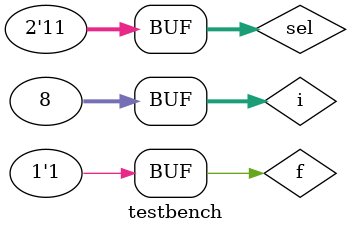
<source format=v>
module testbench; 

   reg f;
	reg  [1:0] sel;
	wire a, b,c,d;	

	integer i; 

	
	demux_1x4 u0(.f(f), .sel(sel), .a(a), .b(b), .c(c), .d(d));

    
   initial begin
			
		f <= 0;
		sel <= 0;
	 
		$monitor("f=%0b sel=%0b a=%0b b=%0b c=%0b d=%0b",f, sel, a, b,c, d);
		for (i = 0; i < 8; i = i + 1) begin
				{f, sel} = i;
				#10;
		end     
    end 
endmodule
</source>
